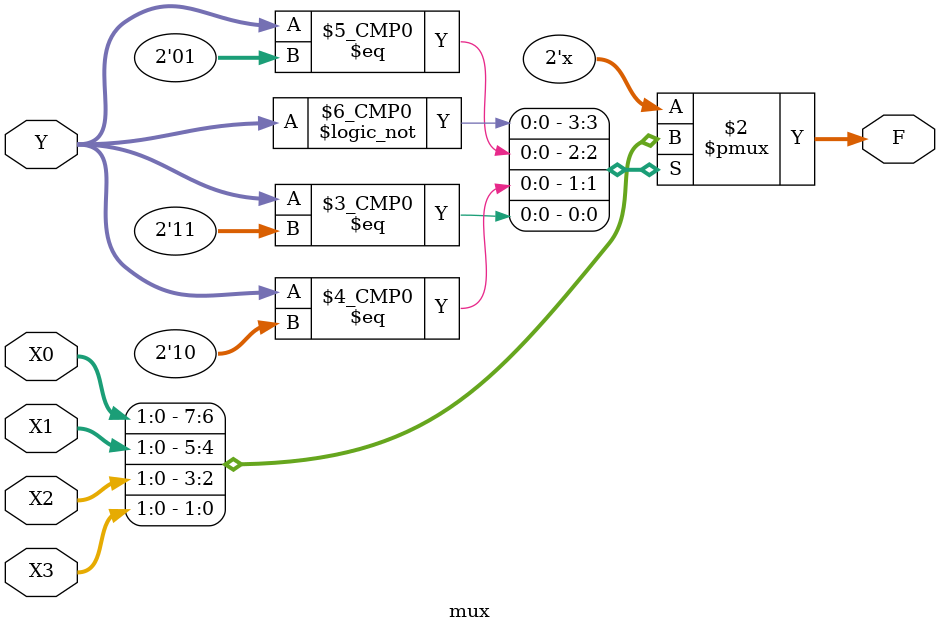
<source format=v>
module mux(X0,X1,X2,X3,Y,F);
  //input  clk;
  input  [1:0] X0;  
  input  [1:0] X1;
  input  [1:0] X2;
  input  [1:0] X3; 
  input  [1:0] Y;     
  output  reg [1:0] F;        
//always@(Y or X0 or X1 or X2 or X3)
always@(*)
begin
case(Y)
      2'b00: F = X0;
      2'b01: F = X1;
      2'b10: F = X2;
      2'b11: F = X3;
      default: F = 2'b00;
    endcase
end    
endmodule

</source>
